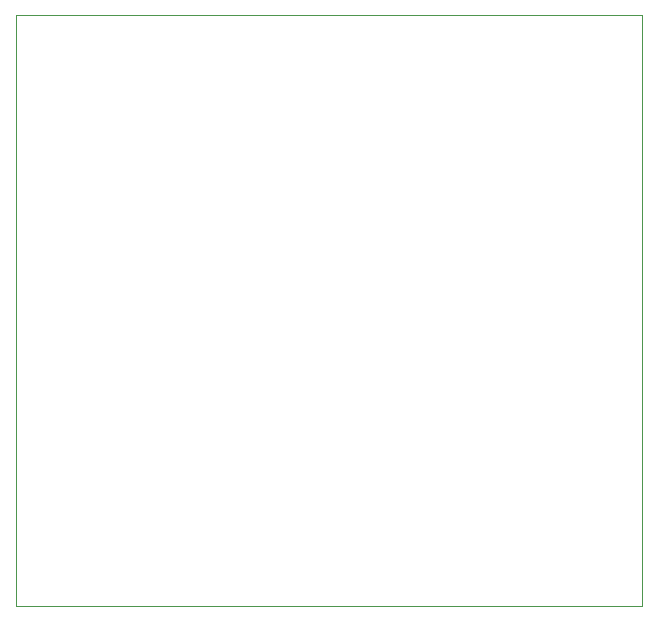
<source format=gbr>
%TF.GenerationSoftware,KiCad,Pcbnew,(5.99.0-12181-g5e8b23af64)*%
%TF.CreationDate,2021-11-12T15:18:20+01:00*%
%TF.ProjectId,phoniebox_shield,70686f6e-6965-4626-9f78-5f736869656c,rev?*%
%TF.SameCoordinates,Original*%
%TF.FileFunction,Profile,NP*%
%FSLAX46Y46*%
G04 Gerber Fmt 4.6, Leading zero omitted, Abs format (unit mm)*
G04 Created by KiCad (PCBNEW (5.99.0-12181-g5e8b23af64)) date 2021-11-12 15:18:20*
%MOMM*%
%LPD*%
G01*
G04 APERTURE LIST*
%TA.AperFunction,Profile*%
%ADD10C,0.100000*%
%TD*%
G04 APERTURE END LIST*
D10*
X80000000Y-130000000D02*
X80000000Y-80000000D01*
X133000000Y-130000000D02*
X80000000Y-130000000D01*
X133000000Y-80000000D02*
X133000000Y-130000000D01*
X80000000Y-80000000D02*
X133000000Y-80000000D01*
M02*

</source>
